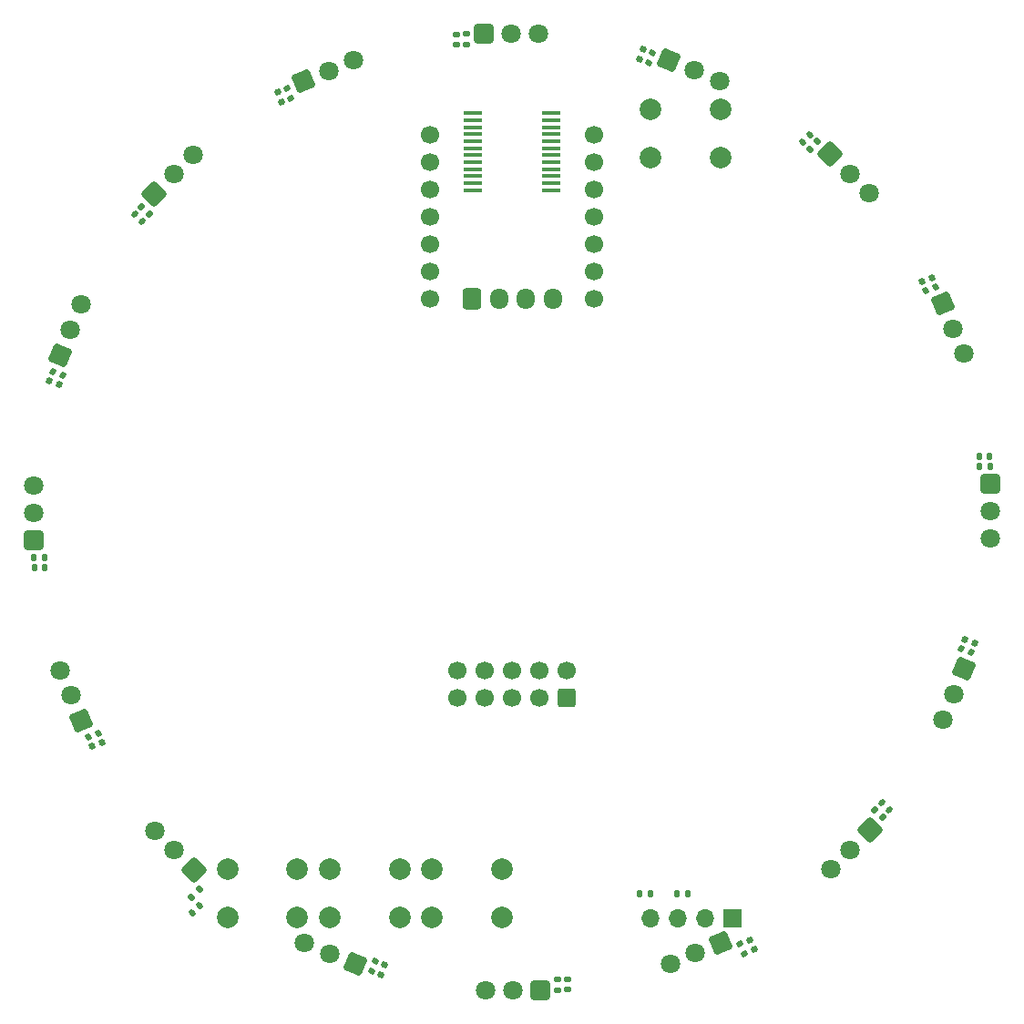
<source format=gbr>
%TF.GenerationSoftware,KiCad,Pcbnew,7.0.9*%
%TF.CreationDate,2024-06-22T15:13:25+09:00*%
%TF.ProjectId,Sensor,53656e73-6f72-42e6-9b69-6361645f7063,rev?*%
%TF.SameCoordinates,Original*%
%TF.FileFunction,Soldermask,Top*%
%TF.FilePolarity,Negative*%
%FSLAX46Y46*%
G04 Gerber Fmt 4.6, Leading zero omitted, Abs format (unit mm)*
G04 Created by KiCad (PCBNEW 7.0.9) date 2024-06-22 15:13:25*
%MOMM*%
%LPD*%
G01*
G04 APERTURE LIST*
G04 Aperture macros list*
%AMRoundRect*
0 Rectangle with rounded corners*
0 $1 Rounding radius*
0 $2 $3 $4 $5 $6 $7 $8 $9 X,Y pos of 4 corners*
0 Add a 4 corners polygon primitive as box body*
4,1,4,$2,$3,$4,$5,$6,$7,$8,$9,$2,$3,0*
0 Add four circle primitives for the rounded corners*
1,1,$1+$1,$2,$3*
1,1,$1+$1,$4,$5*
1,1,$1+$1,$6,$7*
1,1,$1+$1,$8,$9*
0 Add four rect primitives between the rounded corners*
20,1,$1+$1,$2,$3,$4,$5,0*
20,1,$1+$1,$4,$5,$6,$7,0*
20,1,$1+$1,$6,$7,$8,$9,0*
20,1,$1+$1,$8,$9,$2,$3,0*%
G04 Aperture macros list end*
%ADD10RoundRect,0.135000X0.135000X0.185000X-0.135000X0.185000X-0.135000X-0.185000X0.135000X-0.185000X0*%
%ADD11RoundRect,0.135000X-0.053927X-0.222580X0.195520X-0.119255X0.053927X0.222580X-0.195520X0.119255X0*%
%ADD12RoundRect,0.140000X0.021213X-0.219203X0.219203X-0.021213X-0.021213X0.219203X-0.219203X0.021213X0*%
%ADD13RoundRect,0.135000X-0.195520X-0.119255X0.053927X-0.222580X0.195520X0.119255X-0.053927X0.222580X0*%
%ADD14RoundRect,0.140000X0.140000X0.170000X-0.140000X0.170000X-0.140000X-0.170000X0.140000X-0.170000X0*%
%ADD15RoundRect,0.135000X-0.222580X0.053927X-0.119255X-0.195520X0.222580X-0.053927X0.119255X0.195520X0*%
%ADD16RoundRect,0.140000X-0.194399X-0.103484X0.064287X-0.210635X0.194399X0.103484X-0.064287X0.210635X0*%
%ADD17C,2.000000*%
%ADD18RoundRect,0.135000X-0.135000X-0.185000X0.135000X-0.185000X0.135000X0.185000X-0.135000X0.185000X0*%
%ADD19R,1.750000X0.450000*%
%ADD20RoundRect,0.135000X-0.119255X0.195520X-0.222580X-0.053927X0.119255X-0.195520X0.222580X0.053927X0*%
%ADD21RoundRect,0.135000X-0.226274X-0.035355X-0.035355X-0.226274X0.226274X0.035355X0.035355X0.226274X0*%
%ADD22RoundRect,0.140000X-0.064287X-0.210635X0.194399X-0.103484X0.064287X0.210635X-0.194399X0.103484X0*%
%ADD23RoundRect,0.140000X0.170000X-0.140000X0.170000X0.140000X-0.170000X0.140000X-0.170000X-0.140000X0*%
%ADD24RoundRect,0.140000X0.210635X-0.064287X0.103484X0.194399X-0.210635X0.064287X-0.103484X-0.194399X0*%
%ADD25RoundRect,0.140000X0.064287X0.210635X-0.194399X0.103484X-0.064287X-0.210635X0.194399X-0.103484X0*%
%ADD26RoundRect,0.135000X0.119255X-0.195520X0.222580X0.053927X-0.119255X0.195520X-0.222580X-0.053927X0*%
%ADD27R,1.700000X1.700000*%
%ADD28O,1.700000X1.700000*%
%ADD29RoundRect,0.135000X0.195520X0.119255X-0.053927X0.222580X-0.195520X-0.119255X0.053927X-0.222580X0*%
%ADD30RoundRect,0.140000X0.219203X0.021213X0.021213X0.219203X-0.219203X-0.021213X-0.021213X-0.219203X0*%
%ADD31RoundRect,0.135000X0.226274X0.035355X0.035355X0.226274X-0.226274X-0.035355X-0.035355X-0.226274X0*%
%ADD32RoundRect,0.140000X0.194399X0.103484X-0.064287X0.210635X-0.194399X-0.103484X0.064287X-0.210635X0*%
%ADD33RoundRect,0.135000X-0.035355X0.226274X-0.226274X0.035355X0.035355X-0.226274X0.226274X-0.035355X0*%
%ADD34RoundRect,0.140000X-0.170000X0.140000X-0.170000X-0.140000X0.170000X-0.140000X0.170000X0.140000X0*%
%ADD35RoundRect,0.140000X0.103484X-0.194399X0.210635X0.064287X-0.103484X0.194399X-0.210635X-0.064287X0*%
%ADD36RoundRect,0.140000X-0.103484X0.194399X-0.210635X-0.064287X0.103484X-0.194399X0.210635X0.064287X0*%
%ADD37RoundRect,0.140000X-0.219203X-0.021213X-0.021213X-0.219203X0.219203X0.021213X0.021213X0.219203X0*%
%ADD38RoundRect,0.135000X-0.185000X0.135000X-0.185000X-0.135000X0.185000X-0.135000X0.185000X0.135000X0*%
%ADD39RoundRect,0.135000X0.185000X-0.135000X0.185000X0.135000X-0.185000X0.135000X-0.185000X-0.135000X0*%
%ADD40RoundRect,0.140000X-0.140000X-0.170000X0.140000X-0.170000X0.140000X0.170000X-0.140000X0.170000X0*%
%ADD41C,1.700000*%
%ADD42RoundRect,0.135000X0.053927X0.222580X-0.195520X0.119255X-0.053927X-0.222580X0.195520X-0.119255X0*%
%ADD43RoundRect,0.250200X0.351669X0.849005X-0.849005X0.351669X-0.351669X-0.849005X0.849005X-0.351669X0*%
%ADD44C,1.800000*%
%ADD45RoundRect,0.250000X-0.600000X-0.725000X0.600000X-0.725000X0.600000X0.725000X-0.600000X0.725000X0*%
%ADD46O,1.700000X1.950000*%
%ADD47RoundRect,0.250200X0.849005X0.351669X-0.351669X0.849005X-0.849005X-0.351669X0.351669X-0.849005X0*%
%ADD48RoundRect,0.250200X-0.849005X0.351669X-0.351669X-0.849005X0.849005X-0.351669X0.351669X0.849005X0*%
%ADD49RoundRect,0.250200X-0.351669X-0.849005X0.849005X-0.351669X0.351669X0.849005X-0.849005X0.351669X0*%
%ADD50RoundRect,0.250000X0.600000X-0.600000X0.600000X0.600000X-0.600000X0.600000X-0.600000X-0.600000X0*%
%ADD51RoundRect,0.250200X0.918956X0.000000X0.000000X0.918956X-0.918956X0.000000X0.000000X-0.918956X0*%
%ADD52RoundRect,0.250200X-0.649800X-0.649800X0.649800X-0.649800X0.649800X0.649800X-0.649800X0.649800X0*%
%ADD53RoundRect,0.250200X-0.918956X0.000000X0.000000X-0.918956X0.918956X0.000000X0.000000X0.918956X0*%
%ADD54RoundRect,0.250200X0.000000X0.918956X-0.918956X0.000000X0.000000X-0.918956X0.918956X0.000000X0*%
%ADD55RoundRect,0.250200X-0.351669X0.849005X-0.849005X-0.351669X0.351669X-0.849005X0.849005X0.351669X0*%
%ADD56RoundRect,0.250200X-0.849005X-0.351669X0.351669X-0.849005X0.849005X0.351669X-0.351669X0.849005X0*%
%ADD57RoundRect,0.250200X0.351669X-0.849005X0.849005X0.351669X-0.351669X0.849005X-0.849005X-0.351669X0*%
%ADD58RoundRect,0.250200X0.649800X0.649800X-0.649800X0.649800X-0.649800X-0.649800X0.649800X-0.649800X0*%
%ADD59RoundRect,0.250200X-0.649800X0.649800X-0.649800X-0.649800X0.649800X-0.649800X0.649800X0.649800X0*%
%ADD60RoundRect,0.250200X0.649800X-0.649800X0.649800X0.649800X-0.649800X0.649800X-0.649800X-0.649800X0*%
%ADD61RoundRect,0.250200X0.849005X-0.351669X0.351669X0.849005X-0.849005X0.351669X-0.351669X-0.849005X0*%
%ADD62RoundRect,0.250200X0.000000X-0.918956X0.918956X0.000000X0.000000X0.918956X-0.918956X0.000000X0*%
G04 APERTURE END LIST*
D10*
%TO.C,R5*%
X196819000Y-84599799D03*
X195799000Y-84599799D03*
%TD*%
D11*
%TO.C,R13*%
X112995180Y-109807796D03*
X113937538Y-109417458D03*
%TD*%
D12*
%TO.C,C14*%
X122647389Y-126120211D03*
X123326211Y-125441389D03*
%TD*%
D13*
%TO.C,R11*%
X109729206Y-75810963D03*
X110671564Y-76201301D03*
%TD*%
D14*
%TO.C,C12*%
X108970999Y-94048600D03*
X108010999Y-94048600D03*
%TD*%
D15*
%TO.C,R8*%
X173591631Y-129018021D03*
X173981969Y-129960379D03*
%TD*%
D16*
%TO.C,C6*%
X194506078Y-100699385D03*
X195393002Y-101066761D03*
%TD*%
D17*
%TO.C,SW4*%
X151484400Y-126532200D03*
X144984400Y-126532200D03*
X151484400Y-122032200D03*
X144984400Y-122032200D03*
%TD*%
D18*
%TO.C,R17*%
X164234400Y-124358400D03*
X165254400Y-124358400D03*
%TD*%
D19*
%TO.C,U17*%
X156000000Y-58947000D03*
X156000000Y-58297000D03*
X156000000Y-57647000D03*
X156000000Y-56997000D03*
X156000000Y-56347000D03*
X156000000Y-55697000D03*
X156000000Y-55047000D03*
X156000000Y-54397000D03*
X156000000Y-53747000D03*
X156000000Y-53097000D03*
X156000000Y-52447000D03*
X156000000Y-51797000D03*
X148800000Y-51797000D03*
X148800000Y-52447000D03*
X148800000Y-53097000D03*
X148800000Y-53747000D03*
X148800000Y-54397000D03*
X148800000Y-55047000D03*
X148800000Y-55697000D03*
X148800000Y-56347000D03*
X148800000Y-56997000D03*
X148800000Y-57647000D03*
X148800000Y-58297000D03*
X148800000Y-58947000D03*
%TD*%
D20*
%TO.C,R2*%
X165456037Y-46196208D03*
X165065699Y-47138566D03*
%TD*%
D17*
%TO.C,SW2*%
X141958200Y-126521600D03*
X135458200Y-126521600D03*
X141958200Y-122021600D03*
X135458200Y-122021600D03*
%TD*%
D21*
%TO.C,R10*%
X117973657Y-60475390D03*
X118694905Y-61196638D03*
%TD*%
D17*
%TO.C,SW1*%
X171804400Y-55920200D03*
X165304400Y-55920200D03*
X171804400Y-51420200D03*
X165304400Y-51420200D03*
%TD*%
D15*
%TO.C,R9*%
X131459204Y-49462180D03*
X131849542Y-50404538D03*
%TD*%
D22*
%TO.C,C4*%
X190540253Y-67460267D03*
X191427177Y-67092891D03*
%TD*%
D23*
%TO.C,C1*%
X147218400Y-45438000D03*
X147218400Y-44478000D03*
%TD*%
D24*
%TO.C,C9*%
X130993267Y-50726747D03*
X130625891Y-49839823D03*
%TD*%
D25*
%TO.C,C13*%
X114259747Y-110273733D03*
X113372823Y-110641109D03*
%TD*%
D26*
%TO.C,R15*%
X139343962Y-131537794D03*
X139734300Y-130595436D03*
%TD*%
D12*
%TO.C,C3*%
X179444997Y-54494115D03*
X180123819Y-53815293D03*
%TD*%
D27*
%TO.C,Brd1*%
X172847000Y-126619000D03*
D28*
X170307000Y-126619000D03*
X167767000Y-126619000D03*
X165227000Y-126619000D03*
%TD*%
D29*
%TO.C,R6*%
X195070793Y-101923036D03*
X194128435Y-101532698D03*
%TD*%
D30*
%TO.C,C10*%
X118027114Y-61822003D03*
X117348292Y-61143181D03*
%TD*%
D31*
%TO.C,R7*%
X186826343Y-117258609D03*
X186105095Y-116537361D03*
%TD*%
D32*
%TO.C,C11*%
X110293922Y-77034615D03*
X109406998Y-76667239D03*
%TD*%
D33*
%TO.C,R14*%
X123347424Y-123946976D03*
X122626176Y-124668224D03*
%TD*%
D34*
%TO.C,C16*%
X157581600Y-132296001D03*
X157581600Y-133256001D03*
%TD*%
D35*
%TO.C,C2*%
X164232385Y-46760923D03*
X164599761Y-45873999D03*
%TD*%
D36*
%TO.C,C15*%
X140567615Y-130973078D03*
X140200239Y-131860002D03*
%TD*%
D37*
%TO.C,C7*%
X186772886Y-115911997D03*
X187451708Y-116590819D03*
%TD*%
D38*
%TO.C,R1*%
X148132800Y-44448000D03*
X148132800Y-45468000D03*
%TD*%
D24*
%TO.C,C8*%
X174884888Y-129526262D03*
X174517512Y-128639338D03*
%TD*%
D10*
%TO.C,R18*%
X168761600Y-124307600D03*
X167741600Y-124307600D03*
%TD*%
D39*
%TO.C,R16*%
X156667201Y-133286002D03*
X156667201Y-132266002D03*
%TD*%
D40*
%TO.C,C5*%
X195829001Y-83685400D03*
X196789001Y-83685400D03*
%TD*%
D18*
%TO.C,R12*%
X107980998Y-93134201D03*
X109000998Y-93134201D03*
%TD*%
D41*
%TO.C,U18*%
X144780000Y-53848000D03*
X144780000Y-56388000D03*
X144780000Y-58928000D03*
X144780000Y-61468000D03*
X144780000Y-64008000D03*
X144780000Y-66548000D03*
X144780000Y-69088000D03*
X160020000Y-69088000D03*
X160020000Y-66548000D03*
X160020000Y-64008000D03*
X160020000Y-61468000D03*
X160020000Y-58928000D03*
X160020000Y-56388000D03*
X160020000Y-53848000D03*
%TD*%
D17*
%TO.C,SW3*%
X132459800Y-126532200D03*
X125959800Y-126532200D03*
X132459800Y-122032200D03*
X125959800Y-122032200D03*
%TD*%
D42*
%TO.C,R4*%
X191804818Y-67926205D03*
X190862460Y-68316543D03*
%TD*%
D33*
%TO.C,R3*%
X180791609Y-54440658D03*
X180070361Y-55161906D03*
%TD*%
D43*
%TO.C,U8*%
X171791237Y-128911501D03*
D44*
X169444583Y-129883517D03*
X167097929Y-130855533D03*
%TD*%
D45*
%TO.C,U19*%
X148675400Y-69032800D03*
D46*
X151175400Y-69032800D03*
X153675400Y-69032800D03*
X156175400Y-69032800D03*
%TD*%
D47*
%TO.C,U10*%
X137795937Y-130894413D03*
D44*
X135449283Y-129922397D03*
X133102629Y-128950381D03*
%TD*%
D48*
%TO.C,U4*%
X192444501Y-69475763D03*
D44*
X193416517Y-71822417D03*
X194388533Y-74169071D03*
%TD*%
D49*
%TO.C,U16*%
X133008763Y-48822499D03*
D44*
X135355417Y-47850483D03*
X137702071Y-46878467D03*
%TD*%
D50*
%TO.C,J1*%
X157480000Y-106146600D03*
D41*
X157480000Y-103606600D03*
X154940000Y-106146600D03*
X154940000Y-103606600D03*
X152400000Y-106146600D03*
X152400000Y-103606600D03*
X149860000Y-106146600D03*
X149860000Y-103606600D03*
X147320000Y-106146600D03*
X147320000Y-103606600D03*
%TD*%
D51*
%TO.C,U11*%
X122824410Y-122106534D03*
D44*
X121028359Y-120310483D03*
X119232308Y-118514432D03*
%TD*%
D52*
%TO.C,U1*%
X149809200Y-44450000D03*
D44*
X152349200Y-44450000D03*
X154889200Y-44450000D03*
%TD*%
D53*
%TO.C,U3*%
X181975590Y-55627466D03*
D44*
X183771641Y-57423517D03*
X185567692Y-59219568D03*
%TD*%
D54*
%TO.C,U7*%
X185639534Y-118442590D03*
D44*
X183843483Y-120238641D03*
X182047432Y-122034692D03*
%TD*%
D55*
%TO.C,U6*%
X194427413Y-103471063D03*
D44*
X193455397Y-105817717D03*
X192483381Y-108164371D03*
%TD*%
D56*
%TO.C,U2*%
X167004063Y-46839587D03*
D44*
X169350717Y-47811603D03*
X171697371Y-48783619D03*
%TD*%
D57*
%TO.C,U14*%
X110372587Y-74262937D03*
D44*
X111344603Y-71916283D03*
X112316619Y-69569629D03*
%TD*%
D58*
%TO.C,U9*%
X154990800Y-133284000D03*
D44*
X152450800Y-133284000D03*
X149910800Y-133284000D03*
%TD*%
D59*
%TO.C,U5*%
X196817000Y-86276200D03*
D44*
X196817000Y-88816200D03*
X196817000Y-91356200D03*
%TD*%
D60*
%TO.C,U13*%
X107983000Y-91457800D03*
D44*
X107983000Y-88917800D03*
X107983000Y-86377800D03*
%TD*%
D61*
%TO.C,U12*%
X112355499Y-108258237D03*
D44*
X111383483Y-105911583D03*
X110411467Y-103564929D03*
%TD*%
D62*
%TO.C,U15*%
X119160466Y-59291410D03*
D44*
X120956517Y-57495359D03*
X122752568Y-55699308D03*
%TD*%
M02*

</source>
